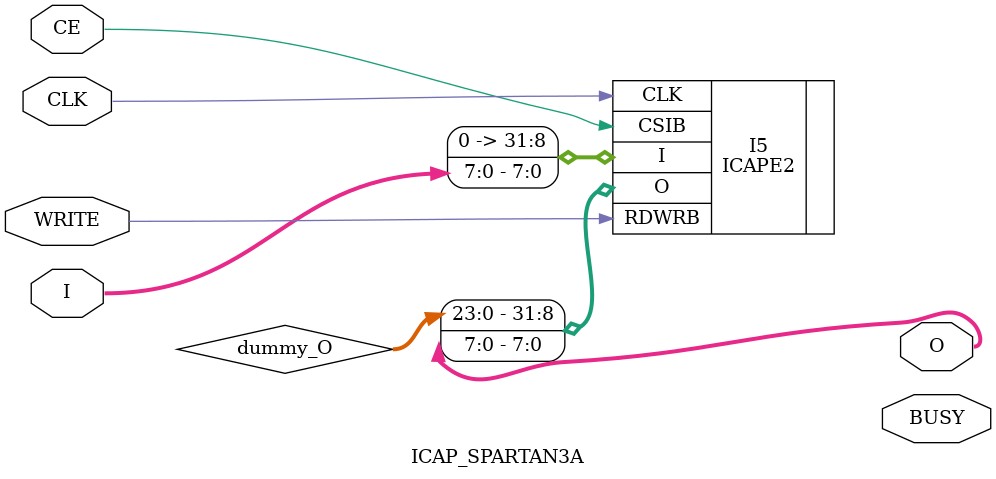
<source format=v>

`timescale 1 ps / 1 ps 

module ICAP_SPARTAN3A (BUSY, O, CE, CLK, I, WRITE);

    output BUSY;
    output [7:0] O;

    input  CE, CLK, WRITE;
    input  [7:0] I;
    wire   [23:0] dummy_O;


ICAPE2 #(.ICAP_WIDTH("X8")) I5 ( .O({dummy_O,O}), .CLK(CLK), .CSIB(CE), .I({24'b0,I[7:0]}), .RDWRB(WRITE));

endmodule

</source>
